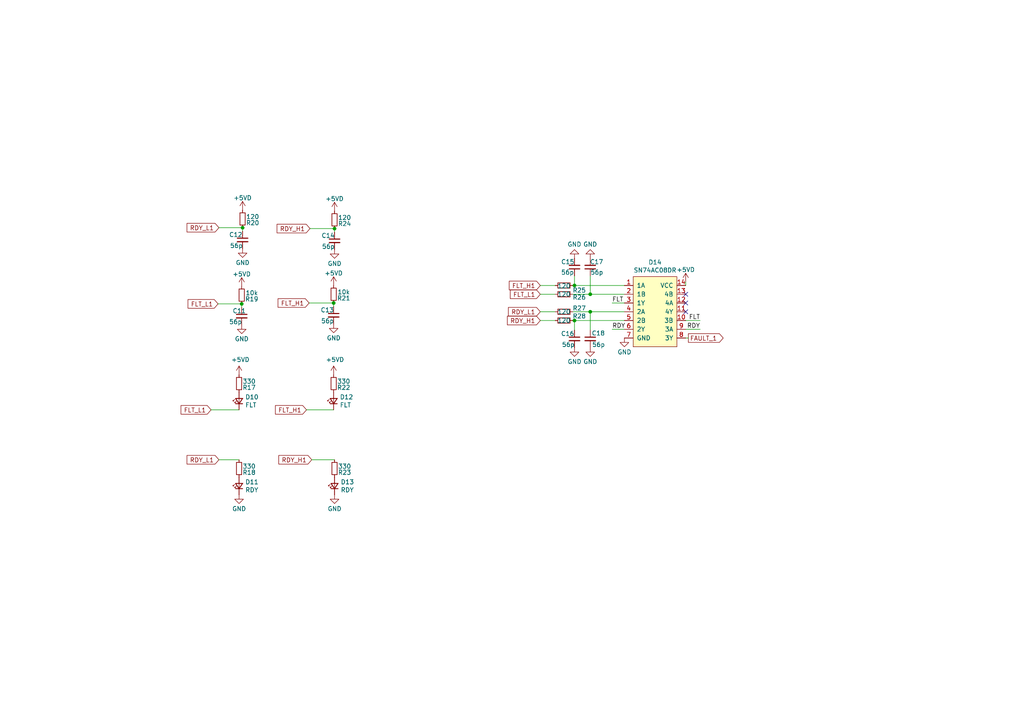
<source format=kicad_sch>
(kicad_sch (version 20211123) (generator eeschema)
  (paper "A4")
  (lib_symbols
    (symbol "Device:C_Small" (pin_numbers hide) (pin_names (offset 0.254) hide)
      (property "Reference" "C" (at 0.254 1.778 0))
      (property "Value" "C_Small" (at 0.254 -2.032 0))
      (symbol "C_Small_0_1"
        (polyline (pts (xy -1.524 -0.508) (xy 1.524 -0.508)) (stroke (width 0.3302)))
        (polyline (pts (xy -1.524 0.508) (xy 1.524 0.508)) (stroke (width 0.3048)))
      )
      (symbol "C_Small_1_1"
        (pin passive line (at 0 2.54 270) (length 2.032) (name "~") (number "1"))
        (pin passive line (at 0 -2.54 90) (length 2.032) (name "~") (number "2"))
      )
    )
    (symbol "Device:LED_Small" (pin_numbers hide) (pin_names (offset 0.254) hide)
      (property "Reference" "D" (at -1.27 3.175 0))
      (property "Value" "LED_Small" (at -4.445 -2.54 0))
      (symbol "LED_Small_0_1"
        (polyline (pts (xy -0.762 -1.016) (xy -0.762 1.016)) (stroke (width 0.254)))
        (polyline (pts (xy 1.016 0) (xy -0.762 0)))
        (polyline (pts (xy 0.762 -1.016) (xy -0.762 0) (xy 0.762 1.016) (xy 0.762 -1.016)) (stroke (width 0.254)))
        (polyline (pts (xy 0 0.762) (xy -0.508 1.27) (xy -0.254 1.27) (xy -0.508 1.27) (xy -0.508 1.016)))
        (polyline (pts (xy 0.508 1.27) (xy 0 1.778) (xy 0.254 1.778) (xy 0 1.778) (xy 0 1.524)))
      )
      (symbol "LED_Small_1_1"
        (pin passive line (at -2.54 0 0) (length 1.778) (name "K") (number "1"))
        (pin passive line (at 2.54 0 180) (length 1.778) (name "A") (number "2"))
      )
    )
    (symbol "Device:R_Small" (pin_numbers hide) (pin_names (offset 0.254) hide)
      (property "Reference" "R" (at 0.762 0.508 0))
      (property "Value" "R_Small" (at 0.762 -1.016 0))
      (symbol "R_Small_0_1"
        (rectangle (start -0.762 1.778) (end 0.762 -1.778) (stroke (width 0.2032)))
      )
      (symbol "R_Small_1_1"
        (pin passive line (at 0 2.54 270) (length 0.762) (name "~") (number "1"))
        (pin passive line (at 0 -2.54 90) (length 0.762) (name "~") (number "2"))
      )
    )
    (symbol "Logic:SN74AC08DR" (pin_names (offset 1.016))
      (property "Reference" "D" (at 0 0 0))
      (property "Value" "Logic_SN74AC08DR" (at 0 -2.54 0))
      (symbol "SN74AC08DR_0_1"
        (rectangle (start -6.35 -3.81) (end 6.35 -24.13) (fill (type background)))
      )
      (symbol "SN74AC08DR_1_1"
        (pin input line (at -8.89 -6.35 0) (length 2.54) (name "1A") (number "1"))
        (pin input line (at 8.89 -16.51 180) (length 2.54) (name "3B") (number "10"))
        (pin output line (at 8.89 -13.97 180) (length 2.54) (name "4Y") (number "11"))
        (pin input line (at 8.89 -11.43 180) (length 2.54) (name "4A") (number "12"))
        (pin input line (at 8.89 -8.89 180) (length 2.54) (name "4B") (number "13"))
        (pin input line (at 8.89 -6.35 180) (length 2.54) (name "VCC") (number "14"))
        (pin input line (at -8.89 -8.89 0) (length 2.54) (name "1B") (number "2"))
        (pin output line (at -8.89 -11.43 0) (length 2.54) (name "1Y") (number "3"))
        (pin input line (at -8.89 -13.97 0) (length 2.54) (name "2A") (number "4"))
        (pin input line (at -8.89 -16.51 0) (length 2.54) (name "2B") (number "5"))
        (pin output line (at -8.89 -19.05 0) (length 2.54) (name "2Y") (number "6"))
        (pin input line (at -8.89 -21.59 0) (length 2.54) (name "GND") (number "7"))
        (pin output line (at 8.89 -21.59 180) (length 2.54) (name "3Y") (number "8"))
        (pin input line (at 8.89 -19.05 180) (length 2.54) (name "3A") (number "9"))
      )
    )
    (symbol "power:+5VD" (power) (pin_names (offset 0))
      (property "Value" "+5VD" (at 0 3.556 0))
      (symbol "+5VD_0_1"
        (polyline (pts (xy -0.762 1.27) (xy 0 2.54)))
        (polyline (pts (xy 0 0) (xy 0 2.54)))
        (polyline (pts (xy 0 2.54) (xy 0.762 1.27)))
      )
      (symbol "+5VD_1_1"
        (pin power_in line (at 0 0 90) (length 0) hide (name "+5VD") (number "1"))
      )
    )
    (symbol "power:GND" (power) (pin_names (offset 0))
      (property "Value" "GND" (at 0 -3.81 0))
      (symbol "GND_0_1"
        (polyline (pts (xy 0 0) (xy 0 -1.27) (xy 1.27 -1.27) (xy 0 -2.54) (xy -1.27 -1.27) (xy 0 -1.27)))
      )
      (symbol "GND_1_1"
        (pin power_in line (at 0 0 270) (length 0) hide (name "GND") (number "1"))
      )
    )
  )
  (junction (at 166.624 82.804))
  (junction (at 70.358 66.04))
  (junction (at 171.196 85.344))
  (junction (at 166.624 92.964))
  (junction (at 70.104 88.138))
  (junction (at 171.196 90.424))
  (junction (at 97.028 66.294))
  (junction (at 96.774 87.884))
  (no_connect (at 198.882 85.344))
  (no_connect (at 198.882 90.424))
  (no_connect (at 198.882 87.884))
  (wire (pts (xy 89.916 66.294) (xy 97.028 66.294)))
  (wire (pts (xy 156.718 85.344) (xy 161.036 85.344)))
  (wire (pts (xy 61.214 118.872) (xy 69.342 118.872)))
  (wire (pts (xy 70.358 67.056) (xy 70.358 66.04)))
  (wire (pts (xy 156.718 82.804) (xy 161.036 82.804)))
  (wire (pts (xy 88.9 118.872) (xy 96.774 118.872)))
  (wire (pts (xy 198.882 82.804) (xy 198.882 81.788)))
  (wire (pts (xy 171.196 95.758) (xy 171.196 90.424)))
  (wire (pts (xy 89.662 87.884) (xy 96.774 87.884)))
  (wire (pts (xy 63.5 133.35) (xy 69.342 133.35)))
  (wire (pts (xy 171.196 90.424) (xy 181.102 90.424)))
  (wire (pts (xy 156.718 90.424) (xy 161.036 90.424)))
  (wire (pts (xy 166.116 90.424) (xy 171.196 90.424)))
  (wire (pts (xy 203.073 95.504) (xy 198.882 95.504)))
  (wire (pts (xy 177.546 95.504) (xy 181.102 95.504)))
  (wire (pts (xy 177.546 87.884) (xy 181.102 87.884)))
  (wire (pts (xy 166.116 82.804) (xy 166.624 82.804)))
  (wire (pts (xy 166.624 92.964) (xy 181.102 92.964)))
  (wire (pts (xy 96.774 88.9) (xy 96.774 87.884)))
  (wire (pts (xy 90.424 133.35) (xy 97.028 133.35)))
  (wire (pts (xy 203.073 92.964) (xy 198.882 92.964)))
  (wire (pts (xy 198.882 98.044) (xy 199.644 98.044)))
  (wire (pts (xy 70.104 89.154) (xy 70.104 88.138)))
  (wire (pts (xy 97.028 67.31) (xy 97.028 66.294)))
  (wire (pts (xy 166.116 92.964) (xy 166.624 92.964)))
  (wire (pts (xy 166.624 82.804) (xy 181.102 82.804)))
  (wire (pts (xy 156.718 92.964) (xy 161.036 92.964)))
  (wire (pts (xy 166.624 80.01) (xy 166.624 82.804)))
  (wire (pts (xy 63.5 66.04) (xy 70.358 66.04)))
  (wire (pts (xy 171.196 80.01) (xy 171.196 85.344)))
  (wire (pts (xy 171.196 85.344) (xy 181.102 85.344)))
  (wire (pts (xy 166.116 85.344) (xy 171.196 85.344)))
  (wire (pts (xy 166.624 95.758) (xy 166.624 92.964)))
  (wire (pts (xy 63.246 88.138) (xy 70.104 88.138)))
  (label "FLT" (at 177.546 87.884 0))
  (label "RDY" (at 203.073 95.504 180))
  (label "RDY" (at 177.546 95.504 0))
  (label "FLT" (at 203.073 92.964 180))
  (global_label "FAULT_1" (shape output) (at 199.644 98.044 0) (property "Intersheet References" "${INTERSHEET_REFS}" (effects hide)))
  (global_label "RDY_L1" (shape input) (at 63.5 66.04 180) (property "Intersheet References" "${INTERSHEET_REFS}" (effects hide)))
  (global_label "RDY_H1" (shape input) (at 90.424 133.35 180) (property "Intersheet References" "${INTERSHEET_REFS}" (effects hide)))
  (global_label "FLT_H1" (shape input) (at 88.9 118.872 180) (property "Intersheet References" "${INTERSHEET_REFS}" (effects hide)))
  (global_label "RDY_H1" (shape input) (at 156.718 92.964 180) (property "Intersheet References" "${INTERSHEET_REFS}" (effects hide)))
  (global_label "RDY_L1" (shape input) (at 156.718 90.424 180) (property "Intersheet References" "${INTERSHEET_REFS}" (effects hide)))
  (global_label "FLT_L1" (shape input) (at 63.246 88.138 180) (property "Intersheet References" "${INTERSHEET_REFS}" (effects hide)))
  (global_label "RDY_L1" (shape input) (at 63.5 133.35 180) (property "Intersheet References" "${INTERSHEET_REFS}" (effects hide)))
  (global_label "FLT_L1" (shape input) (at 61.214 118.872 180) (property "Intersheet References" "${INTERSHEET_REFS}" (effects hide)))
  (global_label "FLT_H1" (shape input) (at 89.662 87.884 180) (property "Intersheet References" "${INTERSHEET_REFS}" (effects hide)))
  (global_label "RDY_H1" (shape input) (at 89.916 66.294 180) (property "Intersheet References" "${INTERSHEET_REFS}" (effects hide)))
  (global_label "FLT_H1" (shape input) (at 156.718 82.804 180) (property "Intersheet References" "${INTERSHEET_REFS}" (effects hide)))
  (global_label "FLT_L1" (shape input) (at 156.718 85.344 180) (property "Intersheet References" "${INTERSHEET_REFS}" (effects hide)))
  (symbol (lib_id "Logic:SN74AC08DR") (at 189.992 76.454 0) (unit 1)
    (property "Reference" "D14" (at 189.992 76.073 0))
    (property "Value" "SN74AC08DR" (at 189.992 78.3844 0))
    (property "Footprint" "Package_SO:SOIC-14_3.9x8.7mm_P1.27mm" (effects hide))
  )
  (symbol (lib_id "Device:LED_Small") (at 97.028 140.97 90) (unit 1)
    (property "Reference" "D13" (at 98.806 139.8016 90) (effects (justify right)))
    (property "Value" "RDY" (at 98.806 142.113 90) (effects (justify right)))
    (property "Footprint" "LED_SMD:LED_0805_2012Metric_Pad1.15x1.40mm_HandSolder" (effects hide))
  )
  (symbol (lib_id "Device:R_Small") (at 163.576 85.344 270) (unit 1)
    (property "Reference" "R26" (at 168.021 86.233 90))
    (property "Value" "120" (at 163.576 85.344 90))
    (property "Footprint" "Resistor_SMD:R_0805_2012Metric_Pad1.20x1.40mm_HandSolder" (effects hide))
  )
  (symbol (lib_id "power:GND") (at 171.196 74.93 180) (unit 1)
    (property "Reference" "#PWR0142" (effects hide))
    (property "Value" "GND" (at 173.228 70.866 0) (effects (justify left)))
  )
  (symbol (lib_id "Device:R_Small") (at 163.576 90.424 270) (unit 1)
    (property "Reference" "R27" (at 168.021 89.408 90))
    (property "Value" "120" (at 163.576 90.424 90))
    (property "Footprint" "Resistor_SMD:R_0805_2012Metric_Pad1.20x1.40mm_HandSolder" (effects hide))
  )
  (symbol (lib_id "Device:LED_Small") (at 96.774 116.332 90) (unit 1)
    (property "Reference" "D12" (at 98.552 115.1636 90) (effects (justify right)))
    (property "Value" "FLT" (at 98.552 117.475 90) (effects (justify right)))
    (property "Footprint" "LED_SMD:LED_0805_2012Metric_Pad1.15x1.40mm_HandSolder" (effects hide))
  )
  (symbol (lib_id "Device:C_Small") (at 166.624 98.298 0) (unit 1)
    (property "Reference" "C16" (at 162.687 96.774 0) (effects (justify left)))
    (property "Value" "56p" (at 162.941 99.949 0) (effects (justify left)))
    (property "Footprint" "Capacitor_SMD:C_0805_2012Metric_Pad1.18x1.45mm_HandSolder" (effects hide))
  )
  (symbol (lib_id "Device:C_Small") (at 97.028 69.85 0) (unit 1)
    (property "Reference" "C14" (at 93.218 68.326 0) (effects (justify left)))
    (property "Value" "56p" (at 93.345 71.501 0) (effects (justify left)))
    (property "Footprint" "Capacitor_SMD:C_0805_2012Metric_Pad1.18x1.45mm_HandSolder" (effects hide))
  )
  (symbol (lib_id "power:+5VD") (at 96.774 108.712 0) (unit 1)
    (property "Reference" "#PWR037" (effects hide))
    (property "Value" "+5VD" (at 97.155 104.3178 0))
  )
  (symbol (lib_id "power:+5VD") (at 70.104 83.058 0) (unit 1)
    (property "Reference" "#PWR031" (effects hide))
    (property "Value" "+5VD" (at 70.104 79.502 0))
  )
  (symbol (lib_id "power:GND") (at 97.028 143.51 0) (unit 1)
    (property "Reference" "#PWR0148" (effects hide))
    (property "Value" "GND" (at 94.996 147.574 0) (effects (justify left)))
  )
  (symbol (lib_id "Device:C_Small") (at 70.358 69.596 0) (unit 1)
    (property "Reference" "C12" (at 66.421 68.072 0) (effects (justify left)))
    (property "Value" "56p" (at 66.675 71.247 0) (effects (justify left)))
    (property "Footprint" "Capacitor_SMD:C_0805_2012Metric_Pad1.18x1.45mm_HandSolder" (effects hide))
  )
  (symbol (lib_id "Device:R_Small") (at 96.774 111.252 180) (unit 1)
    (property "Reference" "R22" (at 99.695 112.395 0))
    (property "Value" "330" (at 99.695 110.617 0))
    (property "Footprint" "Resistor_SMD:R_0805_2012Metric_Pad1.20x1.40mm_HandSolder" (effects hide))
  )
  (symbol (lib_id "Device:R_Small") (at 97.028 63.754 180) (unit 1)
    (property "Reference" "R24" (at 99.949 64.897 0))
    (property "Value" "120" (at 99.949 63.119 0))
    (property "Footprint" "Resistor_SMD:R_0805_2012Metric_Pad1.20x1.40mm_HandSolder" (effects hide))
  )
  (symbol (lib_id "power:GND") (at 166.624 100.838 0) (unit 1)
    (property "Reference" "#PWR0134" (effects hide))
    (property "Value" "GND" (at 164.592 104.902 0) (effects (justify left)))
  )
  (symbol (lib_id "Device:C_Small") (at 70.104 91.694 0) (unit 1)
    (property "Reference" "C11" (at 67.437 90.17 0) (effects (justify left)))
    (property "Value" "56p" (at 66.421 93.345 0) (effects (justify left)))
    (property "Footprint" "Capacitor_SMD:C_0805_2012Metric_Pad1.18x1.45mm_HandSolder" (effects hide))
  )
  (symbol (lib_id "power:+5VD") (at 69.342 108.712 0) (unit 1)
    (property "Reference" "#PWR029" (effects hide))
    (property "Value" "+5VD" (at 69.723 104.3178 0))
  )
  (symbol (lib_id "Device:R_Small") (at 163.576 92.964 270) (unit 1)
    (property "Reference" "R28" (at 168.021 91.694 90))
    (property "Value" "120" (at 163.576 92.964 90))
    (property "Footprint" "Resistor_SMD:R_0805_2012Metric_Pad1.20x1.40mm_HandSolder" (effects hide))
  )
  (symbol (lib_id "Device:R_Small") (at 69.342 135.89 180) (unit 1)
    (property "Reference" "R18" (at 72.263 137.033 0))
    (property "Value" "330" (at 72.263 135.255 0))
    (property "Footprint" "Resistor_SMD:R_0805_2012Metric_Pad1.20x1.40mm_HandSolder" (effects hide))
  )
  (symbol (lib_id "Device:C_Small") (at 166.624 77.47 180) (unit 1)
    (property "Reference" "C15" (at 166.624 75.946 0) (effects (justify left)))
    (property "Value" "56p" (at 166.497 78.994 0) (effects (justify left)))
    (property "Footprint" "Capacitor_SMD:C_0805_2012Metric_Pad1.18x1.45mm_HandSolder" (effects hide))
  )
  (symbol (lib_id "Device:C_Small") (at 96.774 91.44 0) (unit 1)
    (property "Reference" "C13" (at 92.964 89.916 0) (effects (justify left)))
    (property "Value" "56p" (at 93.091 93.091 0) (effects (justify left)))
    (property "Footprint" "Capacitor_SMD:C_0805_2012Metric_Pad1.18x1.45mm_HandSolder" (effects hide))
  )
  (symbol (lib_id "power:GND") (at 181.102 98.044 0) (unit 1)
    (property "Reference" "#PWR0130" (effects hide))
    (property "Value" "GND" (at 179.07 102.108 0) (effects (justify left)))
  )
  (symbol (lib_id "power:GND") (at 70.104 94.234 0) (unit 1)
    (property "Reference" "#PWR0150" (effects hide))
    (property "Value" "GND" (at 68.072 98.298 0) (effects (justify left)))
  )
  (symbol (lib_id "power:GND") (at 171.196 100.838 0) (unit 1)
    (property "Reference" "#PWR0136" (effects hide))
    (property "Value" "GND" (at 169.164 104.902 0) (effects (justify left)))
  )
  (symbol (lib_id "Device:R_Small") (at 69.342 111.252 180) (unit 1)
    (property "Reference" "R17" (at 72.263 112.395 0))
    (property "Value" "330" (at 72.263 110.617 0))
    (property "Footprint" "Resistor_SMD:R_0805_2012Metric_Pad1.20x1.40mm_HandSolder" (effects hide))
  )
  (symbol (lib_id "Device:C_Small") (at 171.196 77.47 180) (unit 1)
    (property "Reference" "C17" (at 175.006 75.946 0) (effects (justify left)))
    (property "Value" "56p" (at 175.006 78.994 0) (effects (justify left)))
    (property "Footprint" "Capacitor_SMD:C_0805_2012Metric_Pad1.18x1.45mm_HandSolder" (effects hide))
  )
  (symbol (lib_id "Device:LED_Small") (at 69.342 140.97 90) (unit 1)
    (property "Reference" "D11" (at 71.12 139.8016 90) (effects (justify right)))
    (property "Value" "RDY" (at 71.12 142.113 90) (effects (justify right)))
    (property "Footprint" "LED_SMD:LED_0805_2012Metric_Pad1.15x1.40mm_HandSolder" (effects hide))
  )
  (symbol (lib_id "power:GND") (at 96.774 93.98 0) (unit 1)
    (property "Reference" "#PWR0129" (effects hide))
    (property "Value" "GND" (at 94.742 98.044 0) (effects (justify left)))
  )
  (symbol (lib_id "Device:R_Small") (at 163.576 82.804 270) (unit 1)
    (property "Reference" "R25" (at 168.021 84.201 90))
    (property "Value" "120" (at 163.576 82.931 90))
    (property "Footprint" "Resistor_SMD:R_0805_2012Metric_Pad1.20x1.40mm_HandSolder" (effects hide))
  )
  (symbol (lib_id "power:+5VD") (at 198.882 81.788 0) (unit 1)
    (property "Reference" "#PWR046" (effects hide))
    (property "Value" "+5VD" (at 198.882 78.232 0))
  )
  (symbol (lib_id "Device:LED_Small") (at 69.342 116.332 90) (unit 1)
    (property "Reference" "D10" (at 71.12 115.1636 90) (effects (justify right)))
    (property "Value" "FLT" (at 71.12 117.475 90) (effects (justify right)))
    (property "Footprint" "LED_SMD:LED_0805_2012Metric_Pad1.15x1.40mm_HandSolder" (effects hide))
  )
  (symbol (lib_id "Device:R_Small") (at 97.028 135.89 180) (unit 1)
    (property "Reference" "R23" (at 99.949 137.033 0))
    (property "Value" "330" (at 99.949 135.255 0))
    (property "Footprint" "Resistor_SMD:R_0805_2012Metric_Pad1.20x1.40mm_HandSolder" (effects hide))
  )
  (symbol (lib_id "power:+5VD") (at 70.358 60.96 0) (unit 1)
    (property "Reference" "#PWR033" (effects hide))
    (property "Value" "+5VD" (at 70.358 57.404 0))
  )
  (symbol (lib_id "Device:R_Small") (at 70.358 63.5 180) (unit 1)
    (property "Reference" "R20" (at 73.279 64.643 0))
    (property "Value" "120" (at 73.279 62.865 0))
    (property "Footprint" "Resistor_SMD:R_0805_2012Metric_Pad1.20x1.40mm_HandSolder" (effects hide))
  )
  (symbol (lib_id "Device:R_Small") (at 70.104 85.598 180) (unit 1)
    (property "Reference" "R19" (at 73.025 86.741 0))
    (property "Value" "10k" (at 73.025 84.963 0))
    (property "Footprint" "Resistor_SMD:R_0805_2012Metric_Pad1.20x1.40mm_HandSolder" (effects hide))
  )
  (symbol (lib_id "power:+5VD") (at 96.774 82.804 0) (unit 1)
    (property "Reference" "#PWR035" (effects hide))
    (property "Value" "+5VD" (at 96.774 79.248 0))
  )
  (symbol (lib_id "power:GND") (at 69.342 143.51 0) (unit 1)
    (property "Reference" "#PWR0143" (effects hide))
    (property "Value" "GND" (at 67.31 147.574 0) (effects (justify left)))
  )
  (symbol (lib_id "power:GND") (at 70.358 72.136 0) (unit 1)
    (property "Reference" "#PWR0144" (effects hide))
    (property "Value" "GND" (at 68.326 76.2 0) (effects (justify left)))
  )
  (symbol (lib_id "Device:C_Small") (at 171.196 98.298 0) (unit 1)
    (property "Reference" "C18" (at 171.577 96.647 0) (effects (justify left)))
    (property "Value" "56p" (at 171.704 99.949 0) (effects (justify left)))
    (property "Footprint" "Capacitor_SMD:C_0805_2012Metric_Pad1.18x1.45mm_HandSolder" (effects hide))
  )
  (symbol (lib_id "Device:R_Small") (at 96.774 85.344 180) (unit 1)
    (property "Reference" "R21" (at 99.695 86.487 0))
    (property "Value" "10k" (at 99.695 84.709 0))
    (property "Footprint" "Resistor_SMD:R_0805_2012Metric_Pad1.20x1.40mm_HandSolder" (effects hide))
  )
  (symbol (lib_id "power:GND") (at 97.028 72.39 0) (unit 1)
    (property "Reference" "#PWR0128" (effects hide))
    (property "Value" "GND" (at 94.996 76.454 0) (effects (justify left)))
  )
  (symbol (lib_id "power:+5VD") (at 97.028 61.214 0) (unit 1)
    (property "Reference" "#PWR039" (effects hide))
    (property "Value" "+5VD" (at 97.028 57.658 0))
  )
  (symbol (lib_id "power:GND") (at 166.624 74.93 180) (unit 1)
    (property "Reference" "#PWR0139" (effects hide))
    (property "Value" "GND" (at 168.656 70.866 0) (effects (justify left)))
  )
)
</source>
